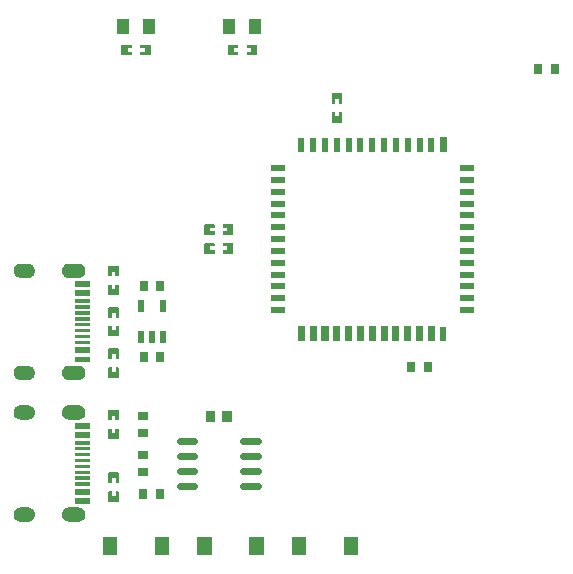
<source format=gtp>
G04 Layer: TopPasteMaskLayer*
G04 EasyEDA v6.5.9, 2022-07-22 04:57:57*
G04 840753d4bb104133846108dccaf676b4,987c639a94b84ffc8c6145f2c3ae8d38,10*
G04 Gerber Generator version 0.2*
G04 Scale: 100 percent, Rotated: No, Reflected: No *
G04 Dimensions in millimeters *
G04 leading zeros omitted , absolute positions ,4 integer and 5 decimal *
%FSLAX45Y45*%
%MOMM*%

%ADD10C,0.6300*%
%ADD11R,0.8000X0.9000*%
%ADD12R,0.6000X1.2500*%
%ADD13R,1.2500X0.6000*%
%ADD14R,0.9000X0.8000*%
%ADD15R,0.6000X1.0000*%
%ADD16R,0.0147X1.0000*%

%LPD*%
G36*
X980490Y4545025D02*
G01*
X975512Y4539996D01*
X975512Y4459986D01*
X980490Y4455007D01*
X1060500Y4455007D01*
X1065479Y4459986D01*
X1065479Y4482795D01*
X1028496Y4482795D01*
X1028496Y4515815D01*
X1065479Y4515815D01*
X1065479Y4539996D01*
X1060500Y4545025D01*
G37*
G36*
X1140510Y4545025D02*
G01*
X1135481Y4539996D01*
X1135481Y4515815D01*
X1173480Y4515815D01*
X1173480Y4482795D01*
X1135481Y4482795D01*
X1135481Y4459986D01*
X1140510Y4455007D01*
X1219504Y4455007D01*
X1224483Y4459986D01*
X1224483Y4539996D01*
X1219504Y4545025D01*
G37*
G36*
X1880514Y4545025D02*
G01*
X1875485Y4539996D01*
X1875485Y4459986D01*
X1880514Y4455007D01*
X1960524Y4455007D01*
X1965502Y4459986D01*
X1965502Y4482795D01*
X1928520Y4482795D01*
X1928520Y4515815D01*
X1965502Y4515815D01*
X1965502Y4539996D01*
X1960524Y4545025D01*
G37*
G36*
X2040483Y4545025D02*
G01*
X2035505Y4539996D01*
X2035505Y4515815D01*
X2073503Y4515815D01*
X2073503Y4482795D01*
X2035505Y4482795D01*
X2035505Y4459986D01*
X2040483Y4455007D01*
X2119477Y4455007D01*
X2124506Y4459986D01*
X2124506Y4539996D01*
X2119477Y4545025D01*
G37*
G36*
X529437Y2691942D02*
G01*
X525932Y2691841D01*
X519023Y2690977D01*
X515620Y2690266D01*
X508965Y2688183D01*
X502615Y2685338D01*
X496671Y2681732D01*
X491185Y2677414D01*
X486257Y2672486D01*
X481939Y2667000D01*
X478332Y2661056D01*
X475488Y2654655D01*
X474319Y2651404D01*
X472643Y2644597D01*
X471830Y2637688D01*
X471728Y2631643D01*
X472135Y2624429D01*
X473456Y2617368D01*
X475589Y2610510D01*
X478535Y2603957D01*
X482244Y2597810D01*
X486664Y2592171D01*
X491743Y2587091D01*
X497433Y2582621D01*
X503580Y2578912D01*
X510133Y2575966D01*
X516991Y2573832D01*
X520496Y2573070D01*
X527659Y2572207D01*
X617270Y2572105D01*
X624179Y2572969D01*
X627583Y2573680D01*
X634238Y2575763D01*
X640588Y2578608D01*
X646531Y2582214D01*
X652018Y2586532D01*
X656945Y2591460D01*
X661263Y2596946D01*
X664870Y2602890D01*
X667715Y2609240D01*
X669798Y2615895D01*
X671017Y2622753D01*
X671372Y2626207D01*
X671474Y2633268D01*
X671017Y2640330D01*
X670509Y2643835D01*
X668782Y2650693D01*
X667664Y2654046D01*
X664768Y2660497D01*
X661060Y2666542D01*
X656742Y2672130D01*
X651713Y2677109D01*
X646125Y2681478D01*
X640080Y2685135D01*
X633628Y2688031D01*
X626872Y2690164D01*
X623417Y2690926D01*
X616407Y2691739D01*
G37*
G36*
X529437Y1827936D02*
G01*
X525932Y1827834D01*
X519023Y1826971D01*
X515620Y1826260D01*
X508965Y1824177D01*
X502615Y1821332D01*
X496671Y1817725D01*
X491185Y1813407D01*
X486257Y1808480D01*
X481939Y1802993D01*
X478332Y1797050D01*
X475488Y1790649D01*
X474319Y1787398D01*
X472643Y1780590D01*
X471830Y1773682D01*
X471728Y1767636D01*
X472135Y1760423D01*
X473456Y1753362D01*
X475589Y1746504D01*
X478535Y1739950D01*
X482244Y1733804D01*
X486664Y1728165D01*
X491743Y1723085D01*
X497433Y1718614D01*
X503580Y1714906D01*
X510133Y1711960D01*
X516991Y1709826D01*
X520496Y1709064D01*
X527659Y1708200D01*
X617270Y1708099D01*
X624179Y1708962D01*
X627583Y1709674D01*
X634238Y1711756D01*
X640588Y1714601D01*
X646531Y1718208D01*
X652018Y1722526D01*
X656945Y1727454D01*
X661263Y1732940D01*
X664870Y1738884D01*
X667715Y1745234D01*
X669798Y1751888D01*
X671017Y1758746D01*
X671372Y1762201D01*
X671474Y1769262D01*
X671017Y1776323D01*
X670509Y1779828D01*
X668782Y1786686D01*
X667664Y1790039D01*
X664768Y1796491D01*
X661060Y1802536D01*
X656742Y1808124D01*
X651713Y1813102D01*
X646125Y1817471D01*
X640080Y1821129D01*
X633628Y1824024D01*
X626872Y1826158D01*
X623417Y1826920D01*
X616407Y1827733D01*
G37*
G36*
X184454Y2691841D02*
G01*
X119430Y2691638D01*
X112420Y2691231D01*
X105562Y2689910D01*
X102209Y2688945D01*
X95758Y2686354D01*
X89611Y2683002D01*
X83972Y2678887D01*
X78892Y2674112D01*
X74422Y2668727D01*
X70662Y2662834D01*
X67716Y2656484D01*
X66497Y2653233D01*
X64769Y2646426D01*
X64211Y2643022D01*
X63804Y2636012D01*
X63906Y2627731D01*
X64769Y2620619D01*
X66497Y2613710D01*
X69037Y2607005D01*
X72339Y2600655D01*
X76403Y2594813D01*
X81127Y2589428D01*
X86512Y2584704D01*
X92354Y2580640D01*
X98704Y2577287D01*
X105410Y2574798D01*
X112318Y2573070D01*
X119430Y2572207D01*
X174244Y2571953D01*
X189331Y2572054D01*
X192786Y2572359D01*
X199593Y2573629D01*
X202946Y2574544D01*
X209448Y2577033D01*
X215595Y2580233D01*
X221284Y2584196D01*
X226517Y2588818D01*
X228904Y2591308D01*
X233171Y2596794D01*
X236778Y2602738D01*
X239623Y2609088D01*
X241706Y2615692D01*
X242925Y2622550D01*
X243332Y2629458D01*
X243230Y2636520D01*
X242925Y2640076D01*
X241655Y2647035D01*
X239521Y2653842D01*
X236626Y2660345D01*
X232917Y2666390D01*
X228549Y2672029D01*
X223520Y2677058D01*
X217932Y2681427D01*
X211836Y2685084D01*
X205333Y2688031D01*
X198526Y2690164D01*
X191566Y2691434D01*
G37*
G36*
X184454Y1827834D02*
G01*
X119430Y1827631D01*
X112420Y1827225D01*
X105562Y1825904D01*
X102209Y1824939D01*
X95758Y1822348D01*
X89611Y1818995D01*
X83972Y1814880D01*
X78892Y1810105D01*
X74422Y1804720D01*
X70662Y1798828D01*
X67716Y1792478D01*
X66497Y1789226D01*
X64769Y1782419D01*
X64211Y1779016D01*
X63804Y1772005D01*
X63906Y1763725D01*
X64769Y1756613D01*
X66497Y1749704D01*
X69037Y1742998D01*
X72339Y1736648D01*
X76403Y1730806D01*
X81127Y1725422D01*
X86512Y1720697D01*
X92354Y1716633D01*
X98704Y1713280D01*
X105410Y1710791D01*
X112318Y1709064D01*
X119430Y1708200D01*
X174244Y1707946D01*
X189331Y1708048D01*
X192786Y1708353D01*
X199593Y1709623D01*
X202946Y1710537D01*
X209448Y1713026D01*
X215595Y1716227D01*
X221284Y1720189D01*
X226517Y1724812D01*
X228904Y1727301D01*
X233171Y1732788D01*
X236778Y1738731D01*
X239623Y1745081D01*
X241706Y1751685D01*
X242925Y1758543D01*
X243332Y1765452D01*
X243230Y1772513D01*
X242925Y1776069D01*
X241655Y1783029D01*
X239521Y1789836D01*
X236626Y1796338D01*
X232917Y1802384D01*
X228549Y1808022D01*
X223520Y1813052D01*
X217932Y1817420D01*
X211836Y1821078D01*
X205333Y1824024D01*
X198526Y1826158D01*
X191566Y1827428D01*
G37*
G36*
X583488Y2040026D02*
G01*
X583488Y2010003D01*
X713384Y2010003D01*
X713384Y2040026D01*
G37*
G36*
X583488Y2090013D02*
G01*
X583488Y2060041D01*
X713384Y2060041D01*
X713384Y2090013D01*
G37*
G36*
X583488Y2140000D02*
G01*
X583488Y2109978D01*
X713384Y2109978D01*
X713384Y2140000D01*
G37*
G36*
X583488Y2190038D02*
G01*
X583488Y2160016D01*
X713384Y2160016D01*
X713384Y2190038D01*
G37*
G36*
X583488Y2239975D02*
G01*
X583488Y2210003D01*
X713384Y2210003D01*
X713384Y2239975D01*
G37*
G36*
X583488Y2290013D02*
G01*
X583488Y2259990D01*
X713384Y2259990D01*
X713384Y2290013D01*
G37*
G36*
X583488Y2340000D02*
G01*
X583488Y2309977D01*
X713384Y2309977D01*
X713384Y2340000D01*
G37*
G36*
X583488Y2389987D02*
G01*
X583488Y2360015D01*
X713384Y2360015D01*
X713384Y2389987D01*
G37*
G36*
X583387Y1985010D02*
G01*
X583387Y1935022D01*
X713384Y1935022D01*
X713384Y1985010D01*
G37*
G36*
X583387Y1905000D02*
G01*
X583387Y1855012D01*
X713384Y1855012D01*
X713384Y1905000D01*
G37*
G36*
X583387Y2545029D02*
G01*
X583387Y2495042D01*
X713384Y2495042D01*
X713384Y2545029D01*
G37*
G36*
X583387Y2465019D02*
G01*
X583387Y2415032D01*
X713384Y2415032D01*
X713384Y2465019D01*
G37*
G36*
X529437Y1491945D02*
G01*
X525932Y1491843D01*
X519023Y1490980D01*
X515620Y1490268D01*
X508965Y1488186D01*
X502615Y1485341D01*
X496671Y1481734D01*
X491185Y1477416D01*
X486257Y1472488D01*
X481939Y1467002D01*
X478332Y1461058D01*
X475488Y1454658D01*
X474319Y1451406D01*
X472643Y1444599D01*
X471830Y1437690D01*
X471728Y1431645D01*
X472135Y1424432D01*
X473456Y1417370D01*
X475589Y1410512D01*
X478535Y1403959D01*
X482244Y1397812D01*
X486664Y1392174D01*
X491743Y1387094D01*
X497433Y1382623D01*
X503580Y1378915D01*
X510133Y1375968D01*
X516991Y1373835D01*
X520496Y1373073D01*
X527659Y1372209D01*
X617270Y1372108D01*
X624179Y1372971D01*
X627583Y1373682D01*
X634238Y1375765D01*
X640588Y1378610D01*
X646531Y1382217D01*
X652018Y1386535D01*
X656945Y1391462D01*
X661263Y1396949D01*
X664870Y1402892D01*
X667715Y1409242D01*
X669798Y1415897D01*
X671017Y1422755D01*
X671372Y1426210D01*
X671474Y1433271D01*
X671017Y1440332D01*
X670509Y1443837D01*
X668782Y1450695D01*
X667664Y1454048D01*
X664768Y1460500D01*
X661060Y1466545D01*
X656742Y1472133D01*
X651713Y1477111D01*
X646125Y1481480D01*
X640080Y1485138D01*
X633628Y1488033D01*
X626872Y1490167D01*
X623417Y1490929D01*
X616407Y1491742D01*
G37*
G36*
X529437Y627938D02*
G01*
X525932Y627837D01*
X519023Y626973D01*
X515620Y626262D01*
X508965Y624179D01*
X502615Y621334D01*
X496671Y617728D01*
X491185Y613410D01*
X486257Y608482D01*
X481939Y602996D01*
X478332Y597052D01*
X475488Y590651D01*
X474319Y587400D01*
X472643Y580593D01*
X471830Y573684D01*
X471728Y567639D01*
X472135Y560425D01*
X473456Y553364D01*
X475589Y546506D01*
X478535Y539953D01*
X482244Y533806D01*
X486664Y528167D01*
X491743Y523087D01*
X497433Y518617D01*
X503580Y514908D01*
X510133Y511962D01*
X516991Y509828D01*
X520496Y509066D01*
X527659Y508203D01*
X617270Y508101D01*
X624179Y508965D01*
X627583Y509676D01*
X634238Y511759D01*
X640588Y514604D01*
X646531Y518210D01*
X652018Y522528D01*
X656945Y527456D01*
X661263Y532942D01*
X664870Y538886D01*
X667715Y545236D01*
X669798Y551891D01*
X671017Y558749D01*
X671372Y562203D01*
X671474Y569264D01*
X671017Y576326D01*
X670509Y579831D01*
X668782Y586689D01*
X667664Y590042D01*
X664768Y596493D01*
X661060Y602538D01*
X656742Y608126D01*
X651713Y613105D01*
X646125Y617474D01*
X640080Y621131D01*
X633628Y624027D01*
X626872Y626160D01*
X623417Y626922D01*
X616407Y627735D01*
G37*
G36*
X184454Y1491843D02*
G01*
X119430Y1491640D01*
X112420Y1491183D01*
X105562Y1489913D01*
X102209Y1488948D01*
X95758Y1486357D01*
X89611Y1483004D01*
X83972Y1478889D01*
X78892Y1474114D01*
X74422Y1468729D01*
X70662Y1462836D01*
X67716Y1456486D01*
X66497Y1453235D01*
X64769Y1446428D01*
X63906Y1439519D01*
X63804Y1431290D01*
X64211Y1424178D01*
X65532Y1417116D01*
X67665Y1410309D01*
X70561Y1403807D01*
X74269Y1397660D01*
X78689Y1392021D01*
X83769Y1386992D01*
X89357Y1382572D01*
X95504Y1378864D01*
X102006Y1375918D01*
X108864Y1373835D01*
X115874Y1372514D01*
X122986Y1372108D01*
X185826Y1371955D01*
X192786Y1372362D01*
X199593Y1373632D01*
X202946Y1374546D01*
X209448Y1377035D01*
X215595Y1380236D01*
X221284Y1384198D01*
X226517Y1388821D01*
X228904Y1391310D01*
X233171Y1396796D01*
X236778Y1402740D01*
X239623Y1409090D01*
X241706Y1415694D01*
X242925Y1422552D01*
X243332Y1429461D01*
X243230Y1436522D01*
X242366Y1443583D01*
X240690Y1450492D01*
X238150Y1457147D01*
X236626Y1460347D01*
X232917Y1466392D01*
X228549Y1472031D01*
X223520Y1477060D01*
X217932Y1481429D01*
X211836Y1485087D01*
X205333Y1488033D01*
X198526Y1490167D01*
X191566Y1491437D01*
G37*
G36*
X184454Y627837D02*
G01*
X119430Y627634D01*
X112420Y627176D01*
X105562Y625906D01*
X102209Y624941D01*
X95758Y622350D01*
X89611Y618998D01*
X83972Y614883D01*
X78892Y610108D01*
X74422Y604723D01*
X70662Y598830D01*
X67716Y592480D01*
X66497Y589229D01*
X64769Y582422D01*
X63906Y575513D01*
X63804Y567283D01*
X64211Y560171D01*
X65532Y553110D01*
X67665Y546303D01*
X70561Y539800D01*
X74269Y533654D01*
X78689Y528015D01*
X83769Y522985D01*
X89357Y518566D01*
X95504Y514858D01*
X102006Y511911D01*
X108864Y509828D01*
X115874Y508508D01*
X122986Y508101D01*
X185826Y507949D01*
X192786Y508355D01*
X199593Y509625D01*
X202946Y510540D01*
X209448Y513029D01*
X215595Y516229D01*
X221284Y520192D01*
X226517Y524814D01*
X228904Y527304D01*
X233171Y532790D01*
X236778Y538734D01*
X239623Y545084D01*
X241706Y551688D01*
X242925Y558546D01*
X243332Y565454D01*
X243230Y572516D01*
X242366Y579577D01*
X240690Y586486D01*
X238150Y593140D01*
X236626Y596341D01*
X232917Y602386D01*
X228549Y608025D01*
X223520Y613054D01*
X217932Y617423D01*
X211836Y621080D01*
X205333Y624027D01*
X198526Y626160D01*
X191566Y627430D01*
G37*
G36*
X583488Y839978D02*
G01*
X583488Y810006D01*
X713384Y810006D01*
X713384Y839978D01*
G37*
G36*
X583488Y890016D02*
G01*
X583488Y860044D01*
X713384Y860044D01*
X713384Y890016D01*
G37*
G36*
X583488Y940003D02*
G01*
X583488Y909980D01*
X713384Y909980D01*
X713384Y940003D01*
G37*
G36*
X583488Y989990D02*
G01*
X583488Y960018D01*
X713384Y960018D01*
X713384Y989990D01*
G37*
G36*
X583488Y1039977D02*
G01*
X583488Y1010005D01*
X713384Y1010005D01*
X713384Y1039977D01*
G37*
G36*
X583488Y1090015D02*
G01*
X583488Y1059992D01*
X713384Y1059992D01*
X713384Y1090015D01*
G37*
G36*
X583488Y1140002D02*
G01*
X583488Y1109980D01*
X713384Y1109980D01*
X713384Y1140002D01*
G37*
G36*
X583488Y1189990D02*
G01*
X583488Y1160018D01*
X713384Y1160018D01*
X713384Y1189990D01*
G37*
G36*
X583387Y785012D02*
G01*
X583387Y734974D01*
X713384Y734974D01*
X713384Y785012D01*
G37*
G36*
X583387Y705002D02*
G01*
X583387Y655015D01*
X713384Y655015D01*
X713384Y705002D01*
G37*
G36*
X583387Y1345031D02*
G01*
X583387Y1295044D01*
X713384Y1295044D01*
X713384Y1345031D01*
G37*
G36*
X583387Y1265021D02*
G01*
X583387Y1215034D01*
X713384Y1215034D01*
X713384Y1265021D01*
G37*
G36*
X1839518Y3024987D02*
G01*
X1834489Y3020009D01*
X1834489Y2997200D01*
X1871522Y2997200D01*
X1871522Y2964180D01*
X1834489Y2964180D01*
X1834489Y2939999D01*
X1839518Y2935020D01*
X1919478Y2935020D01*
X1924507Y2939999D01*
X1924507Y3020009D01*
X1919478Y3024987D01*
G37*
G36*
X1680514Y3024987D02*
G01*
X1675485Y3020009D01*
X1675485Y2939999D01*
X1680514Y2935020D01*
X1759508Y2935020D01*
X1764487Y2939999D01*
X1764487Y2964180D01*
X1726488Y2964180D01*
X1726488Y2997200D01*
X1764487Y2997200D01*
X1764487Y3020009D01*
X1759508Y3024987D01*
G37*
G36*
X2760014Y3975506D02*
G01*
X2754985Y3970477D01*
X2754985Y3890518D01*
X2760014Y3885488D01*
X2839974Y3885488D01*
X2845003Y3890518D01*
X2845003Y3970477D01*
X2839974Y3975506D01*
X2817215Y3975506D01*
X2817215Y3938524D01*
X2784195Y3938524D01*
X2784195Y3975506D01*
G37*
G36*
X2760014Y4134510D02*
G01*
X2754985Y4129481D01*
X2754985Y4050487D01*
X2760014Y4045508D01*
X2784195Y4045508D01*
X2784195Y4083507D01*
X2817215Y4083507D01*
X2817215Y4045508D01*
X2839974Y4045508D01*
X2845003Y4050487D01*
X2845003Y4129481D01*
X2839974Y4134510D01*
G37*
G36*
X870000Y1454505D02*
G01*
X865022Y1449527D01*
X865022Y1369517D01*
X870000Y1364488D01*
X892810Y1364488D01*
X892810Y1401521D01*
X925779Y1401521D01*
X925779Y1364488D01*
X950010Y1364488D01*
X954989Y1369517D01*
X954989Y1449527D01*
X950010Y1454505D01*
G37*
G36*
X870000Y1294485D02*
G01*
X865022Y1289507D01*
X865022Y1210513D01*
X870000Y1205484D01*
X950010Y1205484D01*
X954989Y1210513D01*
X954989Y1289507D01*
X950010Y1294485D01*
X925779Y1294485D01*
X925779Y1256487D01*
X892810Y1256487D01*
X892810Y1294485D01*
G37*
G36*
X870000Y765505D02*
G01*
X865022Y760476D01*
X865022Y680516D01*
X870000Y675487D01*
X950010Y675487D01*
X954989Y680516D01*
X954989Y760476D01*
X950010Y765505D01*
X927201Y765505D01*
X927201Y728522D01*
X894181Y728522D01*
X894181Y765505D01*
G37*
G36*
X870000Y924509D02*
G01*
X865022Y919480D01*
X865022Y840486D01*
X870000Y835507D01*
X894181Y835507D01*
X894181Y873506D01*
X927201Y873506D01*
X927201Y835507D01*
X950010Y835507D01*
X954989Y840486D01*
X954989Y919480D01*
X950010Y924509D01*
G37*
G36*
X870000Y2674518D02*
G01*
X865022Y2669489D01*
X865022Y2589530D01*
X870000Y2584500D01*
X892810Y2584500D01*
X892810Y2621483D01*
X925779Y2621483D01*
X925779Y2584500D01*
X950010Y2584500D01*
X954989Y2589530D01*
X954989Y2669489D01*
X950010Y2674518D01*
G37*
G36*
X870000Y2514498D02*
G01*
X865022Y2509520D01*
X865022Y2430526D01*
X870000Y2425496D01*
X950010Y2425496D01*
X954989Y2430526D01*
X954989Y2509520D01*
X950010Y2514498D01*
X925779Y2514498D01*
X925779Y2476500D01*
X892810Y2476500D01*
X892810Y2514498D01*
G37*
G36*
X870000Y1815490D02*
G01*
X865022Y1810512D01*
X865022Y1730502D01*
X870000Y1725523D01*
X950010Y1725523D01*
X954989Y1730502D01*
X954989Y1810512D01*
X950010Y1815490D01*
X927201Y1815490D01*
X927201Y1778507D01*
X894181Y1778507D01*
X894181Y1815490D01*
G37*
G36*
X870000Y1974494D02*
G01*
X865022Y1969516D01*
X865022Y1890522D01*
X870000Y1885492D01*
X894181Y1885492D01*
X894181Y1923491D01*
X927201Y1923491D01*
X927201Y1885492D01*
X950010Y1885492D01*
X954989Y1890522D01*
X954989Y1969516D01*
X950010Y1974494D01*
G37*
G36*
X1839518Y2865018D02*
G01*
X1834489Y2859989D01*
X1834489Y2837180D01*
X1871522Y2837180D01*
X1871522Y2804210D01*
X1834489Y2804210D01*
X1834489Y2779979D01*
X1839518Y2775000D01*
X1919478Y2775000D01*
X1924507Y2779979D01*
X1924507Y2859989D01*
X1919478Y2865018D01*
G37*
G36*
X1680514Y2865018D02*
G01*
X1675485Y2859989D01*
X1675485Y2779979D01*
X1680514Y2775000D01*
X1759508Y2775000D01*
X1764487Y2779979D01*
X1764487Y2804210D01*
X1726488Y2804210D01*
X1726488Y2837180D01*
X1764487Y2837180D01*
X1764487Y2859989D01*
X1759508Y2865018D01*
G37*
G36*
X870000Y2165502D02*
G01*
X865022Y2160524D01*
X865022Y2080514D01*
X870000Y2075484D01*
X950010Y2075484D01*
X954989Y2080514D01*
X954989Y2160524D01*
X950010Y2165502D01*
X927201Y2165502D01*
X927201Y2128520D01*
X894181Y2128520D01*
X894181Y2165502D01*
G37*
G36*
X870000Y2324506D02*
G01*
X865022Y2319477D01*
X865022Y2240483D01*
X870000Y2235504D01*
X894181Y2235504D01*
X894181Y2273503D01*
X927201Y2273503D01*
X927201Y2235504D01*
X950010Y2235504D01*
X954989Y2240483D01*
X954989Y2319477D01*
X950010Y2324506D01*
G37*
D10*
X2006485Y809500D02*
G01*
X2129985Y809500D01*
X2006485Y936500D02*
G01*
X2129985Y936500D01*
X2006485Y1063500D02*
G01*
X2129985Y1063500D01*
X2006485Y1190500D02*
G01*
X2129985Y1190500D01*
X1470012Y809500D02*
G01*
X1593512Y809500D01*
X1470012Y936500D02*
G01*
X1593512Y936500D01*
X1470012Y1063500D02*
G01*
X1593512Y1063500D01*
X1470012Y1190500D02*
G01*
X1593512Y1190500D01*
D11*
G01*
X4504984Y4339998D03*
G01*
X4644989Y4339998D03*
G36*
X939998Y4762489D02*
G01*
X1039997Y4762489D01*
X1039997Y4637491D01*
X939998Y4637491D01*
G37*
G36*
X1160012Y4762489D02*
G01*
X1260012Y4762489D01*
X1260012Y4637491D01*
X1160012Y4637491D01*
G37*
G36*
X1839998Y4762489D02*
G01*
X1939998Y4762489D01*
X1939998Y4637491D01*
X1839998Y4637491D01*
G37*
G36*
X2060013Y4762489D02*
G01*
X2160013Y4762489D01*
X2160013Y4637491D01*
X2060013Y4637491D01*
G37*
G36*
X1256992Y375000D02*
G01*
X1379992Y375000D01*
X1379992Y224998D01*
X1256992Y224998D01*
G37*
G36*
X820011Y375000D02*
G01*
X943010Y375000D01*
X943010Y224998D01*
X820011Y224998D01*
G37*
G36*
X2056993Y375000D02*
G01*
X2179993Y375000D01*
X2179993Y224998D01*
X2056993Y224998D01*
G37*
G36*
X1620011Y375000D02*
G01*
X1743011Y375000D01*
X1743011Y224998D01*
X1620011Y224998D01*
G37*
G36*
X2856992Y375000D02*
G01*
X2979991Y375000D01*
X2979991Y224998D01*
X2856992Y224998D01*
G37*
G36*
X2420010Y375000D02*
G01*
X2543009Y375000D01*
X2543009Y224998D01*
X2420010Y224998D01*
G37*
D12*
G01*
X2500010Y3699995D03*
G01*
X2600010Y3699995D03*
G01*
X2700009Y3699995D03*
G01*
X2800009Y3699995D03*
G01*
X2900009Y3699995D03*
G01*
X3000034Y3699995D03*
G01*
X3100034Y3699995D03*
G01*
X3200034Y3699995D03*
G01*
X3300034Y3699995D03*
G01*
X3400033Y3699995D03*
G01*
X3500033Y3699995D03*
G01*
X3600033Y3699995D03*
G36*
X3670025Y3762504D02*
G01*
X3730025Y3762504D01*
X3730025Y3637506D01*
X3670025Y3637506D01*
G37*
D13*
G01*
X2300010Y3500020D03*
G01*
X2300010Y3400021D03*
G01*
X2300010Y3300021D03*
G01*
X2300010Y3200021D03*
G01*
X2300010Y3100021D03*
G01*
X2300010Y2999996D03*
G01*
X2300010Y2899996D03*
G01*
X2300010Y2799996D03*
G01*
X2300010Y2699997D03*
G01*
X2300010Y2599997D03*
G01*
X2300010Y2499997D03*
G01*
X2300010Y2399997D03*
G01*
X2300010Y2299997D03*
G36*
X2470002Y2162507D02*
G01*
X2530002Y2162507D01*
X2530002Y2037509D01*
X2470002Y2037509D01*
G37*
G36*
X2570002Y2162507D02*
G01*
X2630002Y2162507D01*
X2630002Y2037509D01*
X2570002Y2037509D01*
G37*
G36*
X2670002Y2162507D02*
G01*
X2730002Y2162507D01*
X2730002Y2037509D01*
X2670002Y2037509D01*
G37*
G36*
X2770002Y2162507D02*
G01*
X2830001Y2162507D01*
X2830001Y2037509D01*
X2770002Y2037509D01*
G37*
G36*
X2870001Y2162507D02*
G01*
X2930001Y2162507D01*
X2930001Y2037509D01*
X2870001Y2037509D01*
G37*
G36*
X2970001Y2162507D02*
G01*
X3030001Y2162507D01*
X3030001Y2037509D01*
X2970001Y2037509D01*
G37*
G36*
X3070001Y2162507D02*
G01*
X3130001Y2162507D01*
X3130001Y2037509D01*
X3070001Y2037509D01*
G37*
G36*
X3170026Y2162507D02*
G01*
X3230026Y2162507D01*
X3230026Y2037509D01*
X3170026Y2037509D01*
G37*
G36*
X3270026Y2162507D02*
G01*
X3330026Y2162507D01*
X3330026Y2037509D01*
X3270026Y2037509D01*
G37*
G01*
X3900007Y3099996D03*
G36*
X3369998Y2162497D02*
G01*
X3429998Y2162497D01*
X3429998Y2037499D01*
X3369998Y2037499D01*
G37*
G36*
X3469998Y2162497D02*
G01*
X3529998Y2162497D01*
X3529998Y2037499D01*
X3469998Y2037499D01*
G37*
G36*
X3569997Y2162497D02*
G01*
X3629997Y2162497D01*
X3629997Y2037499D01*
X3569997Y2037499D01*
G37*
D12*
G01*
X3700007Y2099998D03*
D13*
G01*
X3900007Y2299997D03*
G01*
X3900007Y2399997D03*
G01*
X3900007Y2499997D03*
G01*
X3900007Y2599997D03*
G01*
X3900007Y2699997D03*
G01*
X3900007Y2799996D03*
G01*
X3900007Y2899996D03*
G01*
X3900007Y2999996D03*
G01*
X3900007Y3199996D03*
G01*
X3900007Y3299995D03*
G01*
X3900007Y3400021D03*
G01*
X3900007Y3500020D03*
D14*
G01*
X1160007Y1070002D03*
G01*
X1160007Y929998D03*
D11*
G01*
X1160007Y740006D03*
G01*
X1299987Y740006D03*
D14*
G01*
X1160007Y1259994D03*
G01*
X1160007Y1399999D03*
G36*
X1829998Y1445000D02*
G01*
X1909998Y1445000D01*
X1909998Y1354998D01*
X1829998Y1354998D01*
G37*
G36*
X1689999Y1445000D02*
G01*
X1769999Y1445000D01*
X1769999Y1354998D01*
X1689999Y1354998D01*
G37*
D11*
G01*
X3430005Y1819988D03*
G01*
X3570010Y1819988D03*
D15*
G01*
X1139992Y2329995D03*
G01*
X1329984Y2329995D03*
G01*
X1329984Y2069975D03*
G01*
X1234988Y2069975D03*
G01*
X1139992Y2069975D03*
D11*
G01*
X1165011Y1899998D03*
G01*
X1304991Y1899998D03*
G01*
X1165011Y2499997D03*
G01*
X1304991Y2499997D03*
M02*

</source>
